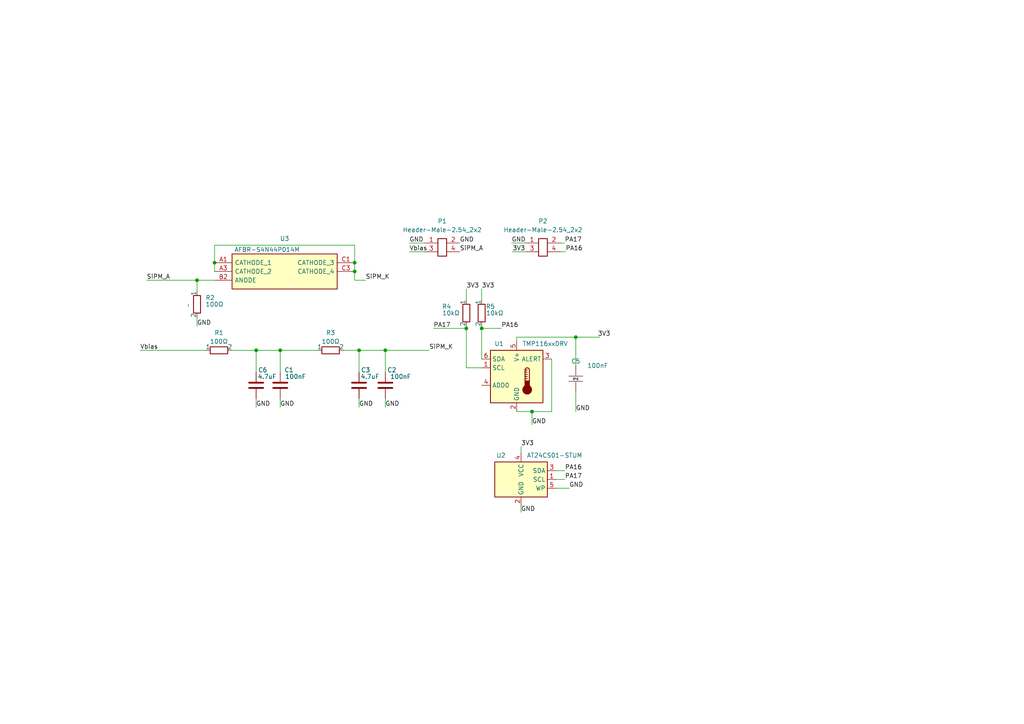
<source format=kicad_sch>
(kicad_sch (version 20250114) (generator "eeschema") (generator_version "9.0")
  (paper "A4")
  (title_block (title "bGeigieScint Physics") (date "2025-12-04") (rev "1.2") (company "Safecast"))
  (lib_symbols
    (symbol "AFBR-S4N44P014M:AFBR-S4N44P014M" (pin_names (offset 0.762))
      (property "Reference" "IC1" (at 20.32 6.985 0))
      (property "Value" "AFBR-S4N44P014M" (at 15.24 3.81 0))
      (symbol "AFBR-S4N44P014M_0_0"
        (pin passive line (at 0 0 0) (length 5.08) (name "CATHODE_1") (number "A1"))
        (pin passive line (at 0 -2.54 0) (length 5.08) (name "CATHODE_2") (number "A3"))
        (pin passive line (at 0 -5.08 0) (length 5.08) (name "ANODE") (number "B2"))
        (pin passive line (at 40.64 0 180) (length 5.08) (name "CATHODE_3") (number "C1"))
        (pin passive line (at 40.64 -2.54 180) (length 5.08) (name "CATHODE_4") (number "C3"))
      )
      (symbol "AFBR-S4N44P014M_0_1"
        (polyline (pts (xy 5.08 2.54) (xy 35.56 2.54) (xy 35.56 -7.62) (xy 5.08 -7.62) (xy 5.08 2.54)) (stroke (width 0.254)) (fill (type background)))
      )
    )
    (symbol "C_0603" (pin_numbers (hide yes)) (pin_names (offset 0.254))
      (property "Reference" "C" (at 0.635 2.54 0))
      (property "Value" "C" (at 0.635 -2.54 0))
      (symbol "C_0603_0_1"
        (polyline (pts (xy -2.032 0.762) (xy 2.032 0.762)) (stroke (width 0.1524)))
        (polyline (pts (xy -2.032 -0.762) (xy 2.032 -0.762)) (stroke (width 0.1524)))
        (pin passive line (at 0 3.81 270) (length 2.794) (name "1") (number "1"))
        (pin passive line (at 0 -3.81 90) (length 2.794) (name "2") (number "2"))
      )
    )
    (symbol "Device:C" (pin_numbers (hide yes)) (pin_names (offset 0.254))
      (property "Reference" "C" (at 0.635 2.54 0))
      (property "Value" "C" (at 0.635 -2.54 0))
      (symbol "C_0_1"
        (polyline (pts (xy -2.032 0.762) (xy 2.032 0.762)) (stroke (width 0.508)))
        (polyline (pts (xy -2.032 -0.762) (xy 2.032 -0.762)) (stroke (width 0.508)))
      )
      (symbol "C_1_1"
        (pin passive line (at 0 3.81 270) (length 2.794) (name "~") (number "1"))
        (pin passive line (at 0 -3.81 90) (length 2.794) (name "~") (number "2"))
      )
    )
    (symbol "Header_2x2" (pin_names (offset 1.016) (hide yes))
      (property "Reference" "J" (at 1.27 5.08 0))
      (property "Value" "Conn_02x02" (at 1.27 -5.08 0))
      (symbol "Header_2x2_0_1"
        (rectangle (start -1.27 -2.54) (end 1.27 2.54) (stroke (width 0.254)))
        (pin passive line (at -5.08 1.27 0) (length 3.81) (name "1") (number "1"))
        (pin passive line (at -5.08 -1.27 0) (length 3.81) (name "3") (number "3"))
        (pin passive line (at 5.08 1.27 180) (length 3.81) (name "2") (number "2"))
        (pin passive line (at 5.08 -1.27 180) (length 3.81) (name "4") (number "4"))
      )
    )
    (symbol "Memory_EEPROM:AT24CS01-STUM"
      (property "Reference" "U" (at -7.62 6.35 0))
      (property "Value" "AT24CS01-STUM" (at 2.54 -6.35 0))
      (symbol "AT24CS01-STUM_1_1"
        (rectangle (start -7.62 5.08) (end 7.62 -5.08) (stroke (width 0.254)) (fill (type background)))
        (pin power_in line (at 0 7.62 270) (length 2.54) (name "VCC") (number "4"))
        (pin power_in line (at 0 -7.62 90) (length 2.54) (name "GND") (number "2"))
        (pin bidirectional line (at 10.16 2.54 180) (length 2.54) (name "SDA") (number "3"))
        (pin input line (at 10.16 0 180) (length 2.54) (name "SCL") (number "1"))
        (pin input line (at 10.16 -2.54 180) (length 2.54) (name "WP") (number "5"))
      )
    )
    (symbol "R_0603" (pin_numbers (hide yes)) (pin_names (offset 0))
      (property "Reference" "R" (at 2.032 0 90))
      (property "Value" "R" (at 0 0 90))
      (symbol "R_0603_0_1"
        (rectangle (start -1.016 -2.54) (end 1.016 2.54) (stroke (width 0.254)))
        (pin passive line (at 0 3.81 270) (length 1.27) (name "1") (number "1"))
        (pin passive line (at 0 -3.81 90) (length 1.27) (name "2") (number "2"))
      )
    )
    (symbol "Sensor_Temperature:TMP116xxDRV"
      (property "Reference" "U" (at -2.54 10.795 0))
      (property "Value" "TMP116xxDRV" (at -2.54 8.89 0))
      (symbol "TMP116xxDRV_0_1"
        (rectangle (start -7.62 7.62) (end 7.62 -7.62) (stroke (width 0.254)) (fill (type background)))
      )
      (symbol "TMP116xxDRV_1_1"
        (polyline (pts (xy 2.413 1.905) (xy 2.413 -1.27)) (stroke (width 0.254)))
        (polyline (pts (xy 2.413 1.905) (xy 3.048 1.905)) (stroke (width 0.254)))
        (polyline (pts (xy 2.413 1.27) (xy 3.048 1.27)) (stroke (width 0.254)))
        (polyline (pts (xy 2.413 0.635) (xy 3.048 0.635)) (stroke (width 0.254)))
        (polyline (pts (xy 2.413 0) (xy 3.048 0)) (stroke (width 0.254)))
        (polyline (pts (xy 2.413 -0.635) (xy 3.048 -0.635)) (stroke (width 0.254)))
        (arc (start 2.413 1.905) (mid 3.048 2.5373) (end 3.683 1.905) (stroke (width 0.254)))
        (circle (center 3.048 -3.81) (radius 1.27) (stroke (width 0.254)) (fill (type outline)))
        (polyline (pts (xy 3.683 1.905) (xy 3.683 -1.27)) (stroke (width 0.254)))
        (rectangle (start 3.683 -3.175) (end 2.413 -1.27) (stroke (width 0.254)) (fill (type outline)))
        (pin bidirectional line (at -10.16 5.08 0) (length 2.54) (name "SDA") (number "6"))
        (pin input line (at -10.16 2.54 0) (length 2.54) (name "SCL") (number "1"))
        (pin input line (at -10.16 -2.54 0) (length 2.54) (name "ADD0") (number "4"))
        (pin power_in line (at 0 10.16 270) (length 2.54) (name "V+") (number "5"))
        (pin power_in line (at 0 -10.16 90) (length 2.54) (name "GND") (number "2"))
        (pin open_collector line (at 10.16 5.08 180) (length 2.54) (name "ALERT") (number "3"))
      )
    )
  )
  (junction (at 111.76 101.6))
  (junction (at 167.005 97.79))
  (junction (at 62.23 76.2))
  (junction (at 102.87 78.74))
  (junction (at 135.255 95.25))
  (junction (at 102.87 76.2))
  (junction (at 74.295 101.6))
  (junction (at 104.14 101.6))
  (junction (at 81.28 101.6))
  (junction (at 154.305 119.38))
  (junction (at 139.7 95.25))
  (junction (at 57.15 81.28))
  (wire (pts (xy 149.86 97.79) (xy 167.005 97.79)))
  (wire (pts (xy 106.045 81.28) (xy 102.87 81.28)))
  (wire (pts (xy 165.1 141.605) (xy 161.29 141.605)))
  (wire (pts (xy 111.76 101.6) (xy 124.46 101.6)))
  (wire (pts (xy 104.14 115.57) (xy 104.14 118.11)))
  (wire (pts (xy 160.02 119.38) (xy 160.02 104.14)))
  (wire (pts (xy 163.83 136.525) (xy 161.29 136.525)))
  (wire (pts (xy 102.87 71.12) (xy 102.87 76.2)))
  (wire (pts (xy 111.76 115.57) (xy 111.76 118.11)))
  (wire (pts (xy 74.295 101.6) (xy 74.295 107.95)))
  (wire (pts (xy 125.73 95.25) (xy 135.255 95.25)))
  (wire (pts (xy 145.415 95.25) (xy 139.7 95.25)))
  (wire (pts (xy 154.305 123.19) (xy 154.305 119.38)))
  (wire (pts (xy 62.23 81.28) (xy 57.15 81.28)))
  (wire (pts (xy 151.13 148.59) (xy 151.13 146.685)))
  (wire (pts (xy 139.7 104.14) (xy 139.7 95.25)))
  (wire (pts (xy 104.14 107.95) (xy 104.14 101.6)))
  (wire (pts (xy 135.255 83.82) (xy 135.255 86.995)))
  (wire (pts (xy 59.69 101.6) (xy 40.64 101.6)))
  (wire (pts (xy 164.0291 73.025) (xy 162.56 73.025)))
  (wire (pts (xy 167.005 113.665) (xy 167.005 119.38)))
  (wire (pts (xy 102.87 78.74) (xy 102.87 76.2)))
  (wire (pts (xy 54.61 88.265) (xy 54.61 88.9)))
  (wire (pts (xy 104.14 101.6) (xy 111.76 101.6)))
  (wire (pts (xy 135.255 95.25) (xy 135.255 94.615)))
  (wire (pts (xy 139.7 106.68) (xy 135.255 106.68)))
  (wire (pts (xy 154.305 119.38) (xy 160.02 119.38)))
  (wire (pts (xy 81.28 107.95) (xy 81.28 101.6)))
  (wire (pts (xy 57.15 84.455) (xy 57.15 81.28)))
  (wire (pts (xy 111.76 107.95) (xy 111.76 101.6)))
  (wire (pts (xy 42.545 81.28) (xy 57.15 81.28)))
  (wire (pts (xy 149.86 99.06) (xy 149.86 97.79)))
  (wire (pts (xy 118.745 70.485) (xy 123.19 70.485)))
  (wire (pts (xy 67.31 101.6) (xy 74.295 101.6)))
  (wire (pts (xy 163.83 139.065) (xy 161.29 139.065)))
  (wire (pts (xy 149.86 119.38) (xy 154.305 119.38)))
  (wire (pts (xy 102.87 81.28) (xy 102.87 78.74)))
  (wire (pts (xy 62.23 76.2) (xy 62.23 78.74)))
  (wire (pts (xy 118.745 73.025) (xy 123.19 73.025)))
  (wire (pts (xy 135.255 95.25) (xy 135.255 106.68)))
  (wire (pts (xy 167.005 97.79) (xy 167.005 106.045)))
  (wire (pts (xy 148.6278 73.025) (xy 152.4 73.025)))
  (wire (pts (xy 81.28 115.57) (xy 81.28 118.11)))
  (wire (pts (xy 151.13 129.54) (xy 151.13 131.445)))
  (wire (pts (xy 74.295 118.11) (xy 74.295 115.57)))
  (wire (pts (xy 57.15 92.075) (xy 57.15 94.615)))
  (wire (pts (xy 62.23 71.12) (xy 62.23 76.2)))
  (wire (pts (xy 139.7 83.82) (xy 139.7 86.995)))
  (wire (pts (xy 167.005 97.79) (xy 173.99 97.79)))
  (wire (pts (xy 148.3842 70.485) (xy 152.4 70.485)))
  (wire (pts (xy 99.695 101.6) (xy 104.14 101.6)))
  (wire (pts (xy 163.7855 70.485) (xy 162.56 70.485)))
  (wire (pts (xy 92.075 101.6) (xy 81.28 101.6)))
  (wire (pts (xy 74.295 101.6) (xy 81.28 101.6)))
  (wire (pts (xy 139.7 95.25) (xy 139.7 94.615)))
  (wire (pts (xy 102.87 71.12) (xy 62.23 71.12)))
  (label "SiPM_A" (at 42.545 81.28 0))
  (label "GND" (at 57.15 94.615 0))
  (label "Vbias" (at 118.745 73.025 0))
  (label "SiPM_A" (at 133.35 73.025 0))
  (label "GND" (at 118.745 70.485 0))
  (label "GND" (at 133.35 70.485 0))
  (label "3V3" (at 148.6278 73.025 0))
  (label "PA16" (at 164.0291 73.025 0))
  (label "GND" (at 148.3842 70.485 0))
  (label "PA17" (at 163.7855 70.485 0))
  (label "Vbias" (at 40.64 101.6 0))
  (label "SiPM_K" (at 124.46 101.6 0))
  (label "GND" (at 104.14 118.11 0))
  (label "PA17" (at 125.73 95.25 0))
  (label "3V3" (at 135.255 83.82 0))
  (label "PA16" (at 145.415 95.25 0))
  (label "3V3" (at 139.7 83.82 0))
  (label "3V3" (at 173.355 97.79 0))
  (label "GND" (at 167.005 119.38 0))
  (label "GND" (at 74.295 118.11 0))
  (label "SiPM_K" (at 106.045 81.28 0))
  (label "PA17" (at 163.83 139.065 0))
  (label "GND" (at 111.76 118.11 0))
  (label "3V3" (at 151.13 129.54 0))
  (label "GND" (at 154.305 123.19 0))
  (label "GND" (at 165.1 141.605 0))
  (label "PA16" (at 163.83 136.525 0))
  (label "GND" (at 151.13 148.59 0))
  (label "GND" (at 81.28 118.11 0))
  (symbol (lib_id "Header_2x2") (at 157.48 71.755 0) (unit 1)
    (property "Reference" "P2" (at 157.48 64.135 0))
    (property "Value" "Header-Male-2.54_2x2" (at 157.48 66.675 0))
  )
  (symbol (lib_id "C_0603") (at 167.005 109.855 0) (unit 1)
    (property "Reference" "C5" (at 167.005 104.775 0))
    (property "Value" "100nF" (at 173.355 106.045 0))
  )
  (symbol (lib_id "Header_2x2") (at 128.27 71.755 0) (unit 1)
    (property "Reference" "P1" (at 128.27 64.135 0))
    (property "Value" "Header-Male-2.54_2x2" (at 128.27 66.675 0))
  )
  (symbol (lib_id "R_0603") (at 95.885 101.6 90) (unit 1)
    (property "Reference" "R3" (at 95.885 96.52 90))
    (property "Value" "100Ω" (at 95.885 99.06 90))
  )
  (symbol (lib_id "Device:C") (at 81.28 111.76 0) (unit 1)
    (property "Reference" "C1" (at 83.82 107.315 0))
    (property "Value" "100nF" (at 85.725 109.22 0))
    (property "Footprint" "Capacitor_SMD:C_0805_2012Metric" (effects (hide yes)))
    (property "Description" "Unpolarized capacitor" (effects (hide yes)))
  )
  (symbol (lib_id "Sensor_Temperature:TMP116xxDRV") (at 149.86 109.22 0) (unit 1)
    (property "Reference" "U1" (at 144.78 99.695 0))
    (property "Value" "TMP116xxDRV" (at 158.115 99.695 0))
    (property "Footprint" "Package_SON:WSON-6-1EP_2x2mm_P0.65mm_EP1x1.6mm" (effects (hide yes)))
    (property "Datasheet" "https://www.ti.com/lit/ds/symlink/tmp116.pdf" (effects (hide yes)))
    (property "Description" "Digital Temperature Sensor with I2C/SMBus Interface, 16 bits, ±0.3°C,  one-shot conversion, alert, nist traceable, EEPROM, WSON" (effects (hide yes)))
  )
  (symbol (lib_id "Memory_EEPROM:AT24CS01-STUM") (at 151.13 139.065 0) (unit 1)
    (property "Reference" "U2" (at 146.685 132.08 0) (effects (justify right)))
    (property "Value" "AT24CS01-STUM" (at 168.91 132.08 0) (effects (justify right)))
    (property "Footprint" "Package_TO_SOT_SMD:SOT-23-5" (effects (hide yes)))
    (property "Datasheet" "http://ww1.microchip.com/downloads/en/DeviceDoc/Atmel-8815-SEEPROM-AT24CS01-02-Datasheet.pdf" (effects (hide yes)))
    (property "Description" "I2C Serial EEPROM, 1Kb (128x8) with Unique Serial Number, SOT-23-5" (effects (hide yes)))
  )
  (symbol (lib_id "R_0603") (at 139.7 90.805 0) (unit 1)
    (property "Reference" "R5" (at 142.24 88.9 0))
    (property "Value" "10kΩ" (at 143.51 90.805 0))
  )
  (symbol (lib_id "AFBR-S4N44P014M:AFBR-S4N44P014M") (at 62.23 76.2 0) (unit 1)
    (property "Reference" "U3" (at 82.55 69.215 0))
    (property "Value" "AFBR-S4N44P014M" (at 77.47 72.39 0))
    (property "Footprint" "AFBRS4N44P014M" (effects (hide yes)))
    (property "Datasheet" "https://docs.broadcom.com/doc/AFBR-S4N44P014M-NUV-MT-Silicon-Photomultiplier" (effects (hide yes)))
    (property "Description" "Photodiode 420nm Single Element" (effects (hide yes)))
    (property "Description_1" "Photodiode 420nm Single Element" (effects (hide yes)))
    (property "Height" "1.23" (effects (hide yes)))
    (property "Mouser Part Number" "630-AFBR-S4N44P014M" (effects (hide yes)))
    (property "Mouser Price/Stock" "https://www.mouser.co.uk/ProductDetail/Broadcom-Avago/AFBR-S4N44P014M?qs=OcgtsXO%252B3gvCU3dbtxthow%3D%3D" (effects (hide yes)))
    (property "Manufacturer_Name" "Avago Technologies" (effects (hide yes)))
    (property "Manufacturer_Part_Number" "AFBR-S4N44P014M" (effects (hide yes)))
  )
  (symbol (lib_id "Device:C") (at 111.76 111.76 0) (unit 1)
    (property "Reference" "C2" (at 113.665 107.315 0))
    (property "Value" "100nF" (at 116.205 109.22 0))
    (property "Footprint" "Capacitor_SMD:C_0805_2012Metric" (effects (hide yes)))
    (property "Description" "Unpolarized capacitor" (effects (hide yes)))
  )
  (symbol (lib_id "Device:C") (at 74.295 111.76 0) (unit 1)
    (property "Reference" "C6" (at 76.2 107.315 0))
    (property "Value" "4.7uF" (at 77.47 109.22 0))
    (property "Footprint" "Capacitor_SMD:C_0805_2012Metric" (effects (hide yes)))
    (property "Description" "Unpolarized capacitor" (effects (hide yes)))
  )
  (symbol (lib_id "Device:C") (at 104.14 111.76 0) (unit 1)
    (property "Reference" "C3" (at 106.045 107.315 0))
    (property "Value" "4.7uF" (at 107.315 109.22 0))
    (property "Footprint" "Capacitor_SMD:C_0805_2012Metric" (effects (hide yes)))
    (property "Description" "Unpolarized capacitor" (effects (hide yes)))
  )
  (symbol (lib_id "R_0603") (at 135.255 90.805 0) (unit 1)
    (property "Reference" "R4" (at 129.54 88.9 0))
    (property "Value" "10kΩ" (at 130.81 90.805 0))
  )
  (symbol (lib_id "R_0603") (at 63.5 101.6 90) (unit 1)
    (property "Reference" "R1" (at 63.5 96.52 90))
    (property "Value" "100Ω" (at 63.5 99.06 90))
  )
  (symbol (lib_id "R_0603") (at 57.15 88.265 0) (unit 1)
    (property "Reference" "R2" (at 60.96 86.36 0))
    (property "Value" "100Ω" (at 62.23 88.265 0))
  )
)
</source>
